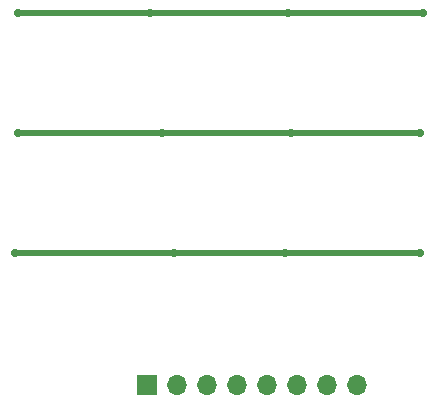
<source format=gbr>
%TF.GenerationSoftware,KiCad,Pcbnew,7.0.2*%
%TF.CreationDate,2023-04-22T16:22:17+02:00*%
%TF.ProjectId,Button_matrix,42757474-6f6e-45f6-9d61-747269782e6b,rev?*%
%TF.SameCoordinates,Original*%
%TF.FileFunction,Copper,L2,Bot*%
%TF.FilePolarity,Positive*%
%FSLAX46Y46*%
G04 Gerber Fmt 4.6, Leading zero omitted, Abs format (unit mm)*
G04 Created by KiCad (PCBNEW 7.0.2) date 2023-04-22 16:22:17*
%MOMM*%
%LPD*%
G01*
G04 APERTURE LIST*
%TA.AperFunction,ComponentPad*%
%ADD10R,1.700000X1.700000*%
%TD*%
%TA.AperFunction,ComponentPad*%
%ADD11O,1.700000X1.700000*%
%TD*%
%TA.AperFunction,ViaPad*%
%ADD12C,0.700000*%
%TD*%
%TA.AperFunction,Conductor*%
%ADD13C,0.500000*%
%TD*%
G04 APERTURE END LIST*
D10*
%TO.P,J1,1,Pin_1*%
%TO.N,IN_A*%
X85105000Y-90170000D03*
D11*
%TO.P,J1,2,Pin_2*%
%TO.N,IN_B*%
X87645000Y-90170000D03*
%TO.P,J1,3,Pin_3*%
%TO.N,IN_C*%
X90185000Y-90170000D03*
%TO.P,J1,4,Pin_4*%
%TO.N,IN_D*%
X92725000Y-90170000D03*
%TO.P,J1,5,Pin_5*%
%TO.N,OUT_1*%
X95265000Y-90170000D03*
%TO.P,J1,6,Pin_6*%
%TO.N,OUT_2*%
X97805000Y-90170000D03*
%TO.P,J1,7,Pin_7*%
%TO.N,OUT_3*%
X100345000Y-90170000D03*
%TO.P,J1,8,Pin_8*%
%TO.N,OUT_4*%
X102885000Y-90170000D03*
%TD*%
D12*
%TO.N,IN_B*%
X108458000Y-58674000D03*
X85344000Y-58674000D03*
X74168000Y-58674000D03*
X97028000Y-58674000D03*
%TO.N,IN_C*%
X108204000Y-68834000D03*
X74168000Y-68834000D03*
X86360000Y-68834000D03*
X97282000Y-68834000D03*
%TO.N,IN_D*%
X108204000Y-78994000D03*
X87376000Y-78994000D03*
X96774000Y-78994000D03*
X73914000Y-78994000D03*
%TD*%
D13*
%TO.N,IN_B*%
X97028000Y-58674000D02*
X85344000Y-58674000D01*
X85344000Y-58674000D02*
X74168000Y-58674000D01*
X108458000Y-58674000D02*
X97028000Y-58674000D01*
%TO.N,IN_C*%
X74168000Y-68834000D02*
X86360000Y-68834000D01*
X97282000Y-68834000D02*
X108204000Y-68834000D01*
X86360000Y-68834000D02*
X97282000Y-68834000D01*
%TO.N,IN_D*%
X87376000Y-78994000D02*
X73914000Y-78994000D01*
X108204000Y-78994000D02*
X96774000Y-78994000D01*
X96774000Y-78994000D02*
X87376000Y-78994000D01*
%TD*%
M02*

</source>
